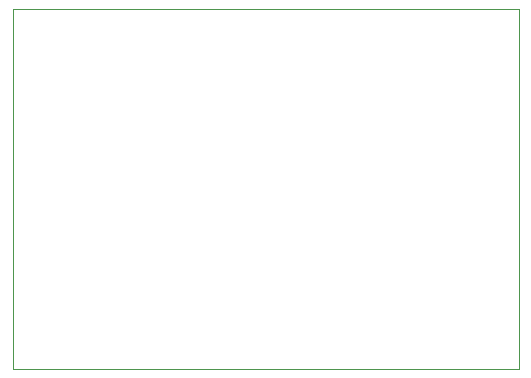
<source format=gbp>
G75*
G70*
%OFA0B0*%
%FSLAX24Y24*%
%IPPOS*%
%LPD*%
%AMOC8*
5,1,8,0,0,1.08239X$1,22.5*
%
%ADD10C,0.0000*%
D10*
X000267Y000150D02*
X000267Y012146D01*
X017137Y012146D01*
X017137Y000150D01*
X000267Y000150D01*
M02*

</source>
